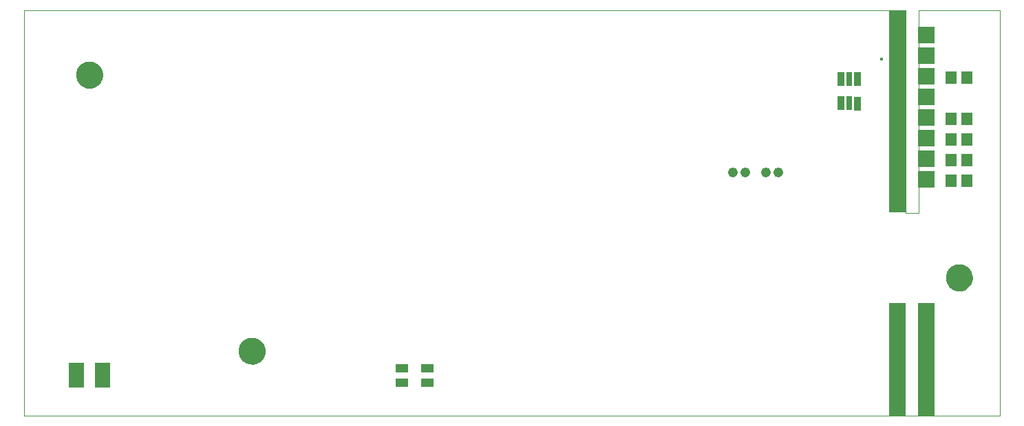
<source format=gts>
G75*
G70*
%OFA0B0*%
%FSLAX24Y24*%
%IPPOS*%
%LPD*%
%AMOC8*
5,1,8,0,0,1.08239X$1,22.5*
%
%ADD10C,0.0000*%
%ADD11R,0.0787X0.9843*%
%ADD12R,0.0787X0.5512*%
%ADD13R,0.0827X0.0827*%
%ADD14R,0.0633X0.0415*%
%ADD15C,0.0159*%
%ADD16R,0.0335X0.0669*%
%ADD17R,0.0276X0.0669*%
%ADD18R,0.0552X0.0631*%
%ADD19C,0.0476*%
%ADD20C,0.1300*%
%ADD21R,0.0744X0.1200*%
D10*
X000180Y000218D02*
X000180Y019903D01*
X042857Y019903D01*
X042857Y010060D01*
X043487Y010060D01*
X043487Y019903D01*
X047424Y019903D01*
X047424Y000218D01*
X000180Y000218D01*
X010574Y003367D02*
X010576Y003417D01*
X010582Y003467D01*
X010592Y003516D01*
X010606Y003564D01*
X010623Y003611D01*
X010644Y003656D01*
X010669Y003700D01*
X010697Y003741D01*
X010729Y003780D01*
X010763Y003817D01*
X010800Y003851D01*
X010840Y003881D01*
X010882Y003908D01*
X010926Y003932D01*
X010972Y003953D01*
X011019Y003969D01*
X011067Y003982D01*
X011117Y003991D01*
X011166Y003996D01*
X011217Y003997D01*
X011267Y003994D01*
X011316Y003987D01*
X011365Y003976D01*
X011413Y003961D01*
X011459Y003943D01*
X011504Y003921D01*
X011547Y003895D01*
X011588Y003866D01*
X011627Y003834D01*
X011663Y003799D01*
X011695Y003761D01*
X011725Y003721D01*
X011752Y003678D01*
X011775Y003634D01*
X011794Y003588D01*
X011810Y003540D01*
X011822Y003491D01*
X011830Y003442D01*
X011834Y003392D01*
X011834Y003342D01*
X011830Y003292D01*
X011822Y003243D01*
X011810Y003194D01*
X011794Y003146D01*
X011775Y003100D01*
X011752Y003056D01*
X011725Y003013D01*
X011695Y002973D01*
X011663Y002935D01*
X011627Y002900D01*
X011588Y002868D01*
X011547Y002839D01*
X011504Y002813D01*
X011459Y002791D01*
X011413Y002773D01*
X011365Y002758D01*
X011316Y002747D01*
X011267Y002740D01*
X011217Y002737D01*
X011166Y002738D01*
X011117Y002743D01*
X011067Y002752D01*
X011019Y002765D01*
X010972Y002781D01*
X010926Y002802D01*
X010882Y002826D01*
X010840Y002853D01*
X010800Y002883D01*
X010763Y002917D01*
X010729Y002954D01*
X010697Y002993D01*
X010669Y003034D01*
X010644Y003078D01*
X010623Y003123D01*
X010606Y003170D01*
X010592Y003218D01*
X010582Y003267D01*
X010576Y003317D01*
X010574Y003367D01*
X002700Y016753D02*
X002702Y016803D01*
X002708Y016853D01*
X002718Y016902D01*
X002732Y016950D01*
X002749Y016997D01*
X002770Y017042D01*
X002795Y017086D01*
X002823Y017127D01*
X002855Y017166D01*
X002889Y017203D01*
X002926Y017237D01*
X002966Y017267D01*
X003008Y017294D01*
X003052Y017318D01*
X003098Y017339D01*
X003145Y017355D01*
X003193Y017368D01*
X003243Y017377D01*
X003292Y017382D01*
X003343Y017383D01*
X003393Y017380D01*
X003442Y017373D01*
X003491Y017362D01*
X003539Y017347D01*
X003585Y017329D01*
X003630Y017307D01*
X003673Y017281D01*
X003714Y017252D01*
X003753Y017220D01*
X003789Y017185D01*
X003821Y017147D01*
X003851Y017107D01*
X003878Y017064D01*
X003901Y017020D01*
X003920Y016974D01*
X003936Y016926D01*
X003948Y016877D01*
X003956Y016828D01*
X003960Y016778D01*
X003960Y016728D01*
X003956Y016678D01*
X003948Y016629D01*
X003936Y016580D01*
X003920Y016532D01*
X003901Y016486D01*
X003878Y016442D01*
X003851Y016399D01*
X003821Y016359D01*
X003789Y016321D01*
X003753Y016286D01*
X003714Y016254D01*
X003673Y016225D01*
X003630Y016199D01*
X003585Y016177D01*
X003539Y016159D01*
X003491Y016144D01*
X003442Y016133D01*
X003393Y016126D01*
X003343Y016123D01*
X003292Y016124D01*
X003243Y016129D01*
X003193Y016138D01*
X003145Y016151D01*
X003098Y016167D01*
X003052Y016188D01*
X003008Y016212D01*
X002966Y016239D01*
X002926Y016269D01*
X002889Y016303D01*
X002855Y016340D01*
X002823Y016379D01*
X002795Y016420D01*
X002770Y016464D01*
X002749Y016509D01*
X002732Y016556D01*
X002718Y016604D01*
X002708Y016653D01*
X002702Y016703D01*
X002700Y016753D01*
X044826Y006910D02*
X044828Y006960D01*
X044834Y007010D01*
X044844Y007059D01*
X044858Y007107D01*
X044875Y007154D01*
X044896Y007199D01*
X044921Y007243D01*
X044949Y007284D01*
X044981Y007323D01*
X045015Y007360D01*
X045052Y007394D01*
X045092Y007424D01*
X045134Y007451D01*
X045178Y007475D01*
X045224Y007496D01*
X045271Y007512D01*
X045319Y007525D01*
X045369Y007534D01*
X045418Y007539D01*
X045469Y007540D01*
X045519Y007537D01*
X045568Y007530D01*
X045617Y007519D01*
X045665Y007504D01*
X045711Y007486D01*
X045756Y007464D01*
X045799Y007438D01*
X045840Y007409D01*
X045879Y007377D01*
X045915Y007342D01*
X045947Y007304D01*
X045977Y007264D01*
X046004Y007221D01*
X046027Y007177D01*
X046046Y007131D01*
X046062Y007083D01*
X046074Y007034D01*
X046082Y006985D01*
X046086Y006935D01*
X046086Y006885D01*
X046082Y006835D01*
X046074Y006786D01*
X046062Y006737D01*
X046046Y006689D01*
X046027Y006643D01*
X046004Y006599D01*
X045977Y006556D01*
X045947Y006516D01*
X045915Y006478D01*
X045879Y006443D01*
X045840Y006411D01*
X045799Y006382D01*
X045756Y006356D01*
X045711Y006334D01*
X045665Y006316D01*
X045617Y006301D01*
X045568Y006290D01*
X045519Y006283D01*
X045469Y006280D01*
X045418Y006281D01*
X045369Y006286D01*
X045319Y006295D01*
X045271Y006308D01*
X045224Y006324D01*
X045178Y006345D01*
X045134Y006369D01*
X045092Y006396D01*
X045052Y006426D01*
X045015Y006460D01*
X044981Y006497D01*
X044949Y006536D01*
X044921Y006577D01*
X044896Y006621D01*
X044875Y006666D01*
X044858Y006713D01*
X044844Y006761D01*
X044834Y006810D01*
X044828Y006860D01*
X044826Y006910D01*
D11*
X042463Y014981D03*
D12*
X042463Y002973D03*
X043881Y002973D03*
D13*
X043881Y011678D03*
X043881Y012678D03*
X043881Y013678D03*
X043881Y014678D03*
X043881Y015678D03*
X043881Y016678D03*
X043881Y017678D03*
X043881Y018678D03*
D14*
X019689Y002531D03*
X019689Y001841D03*
X018466Y001841D03*
X018466Y002531D03*
D15*
X041715Y017540D03*
D16*
X040544Y016556D03*
X039737Y016556D03*
X039737Y015375D03*
X040544Y015365D03*
D17*
X040141Y015375D03*
X040141Y016556D03*
D18*
X045080Y016618D03*
X045828Y016618D03*
X045828Y014618D03*
X045080Y014618D03*
X045080Y013618D03*
X045828Y013618D03*
X045828Y012618D03*
X045080Y012618D03*
X045080Y011618D03*
X045828Y011618D03*
D19*
X036693Y012029D03*
X036113Y012029D03*
X035113Y012029D03*
X034513Y012029D03*
D20*
X045456Y006910D03*
X011204Y003367D03*
X003330Y016753D03*
D21*
X003958Y002186D03*
X002702Y002186D03*
M02*

</source>
